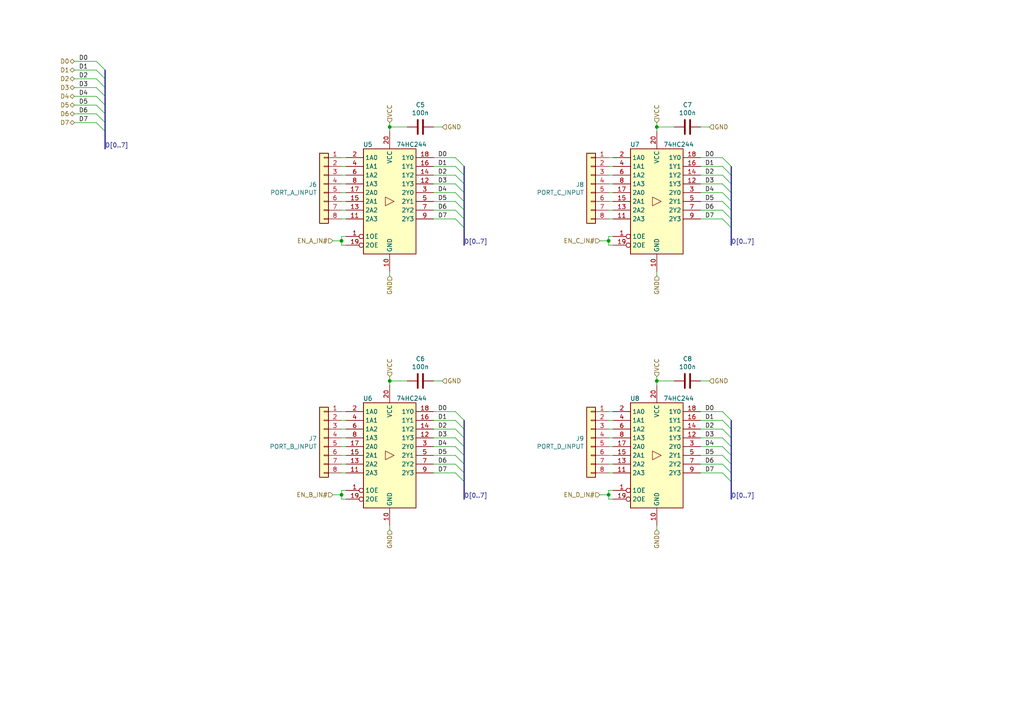
<source format=kicad_sch>
(kicad_sch (version 20231120) (generator "eeschema") (generator_version "8.0")
  (paper "A4")
  (title_block (title "ZComputer - I/O - Input ports") (date "2024-06-21") (rev "v0.1") (company "Maxime Chretien") (comment 1 "mchretien@linuxmail.org"))
  (lib_symbols
    (symbol "74xx:74HC244"
      (property "Reference" "U" (at -7.62 16.51 0))
      (property "Value" "74HC244" (at -7.62 -16.51 0))
      (symbol "74HC244_1_0"
        (polyline (pts (xy 1.27 0) (xy -1.27 1.27) (xy -1.27 -1.27) (xy 1.27 0)) (stroke (width 0.1524)))
        (pin input inverted (at -12.7 -10.16 0) (length 5.08) (name "1OE") (number "1"))
        (pin power_in line (at 0 -20.32 90) (length 5.08) (name "GND") (number "10"))
        (pin input line (at -12.7 -5.08 0) (length 5.08) (name "2A3") (number "11"))
        (pin tri_state line (at 12.7 5.08 180) (length 5.08) (name "1Y3") (number "12"))
        (pin input line (at -12.7 -2.54 0) (length 5.08) (name "2A2") (number "13"))
        (pin tri_state line (at 12.7 7.62 180) (length 5.08) (name "1Y2") (number "14"))
        (pin input line (at -12.7 0 0) (length 5.08) (name "2A1") (number "15"))
        (pin tri_state line (at 12.7 10.16 180) (length 5.08) (name "1Y1") (number "16"))
        (pin input line (at -12.7 2.54 0) (length 5.08) (name "2A0") (number "17"))
        (pin tri_state line (at 12.7 12.7 180) (length 5.08) (name "1Y0") (number "18"))
        (pin input inverted (at -12.7 -12.7 0) (length 5.08) (name "2OE") (number "19"))
        (pin input line (at -12.7 12.7 0) (length 5.08) (name "1A0") (number "2"))
        (pin power_in line (at 0 20.32 270) (length 5.08) (name "VCC") (number "20"))
        (pin tri_state line (at 12.7 2.54 180) (length 5.08) (name "2Y0") (number "3"))
        (pin input line (at -12.7 10.16 0) (length 5.08) (name "1A1") (number "4"))
        (pin tri_state line (at 12.7 0 180) (length 5.08) (name "2Y1") (number "5"))
        (pin input line (at -12.7 7.62 0) (length 5.08) (name "1A2") (number "6"))
        (pin tri_state line (at 12.7 -2.54 180) (length 5.08) (name "2Y2") (number "7"))
        (pin input line (at -12.7 5.08 0) (length 5.08) (name "1A3") (number "8"))
        (pin tri_state line (at 12.7 -5.08 180) (length 5.08) (name "2Y3") (number "9"))
      )
      (symbol "74HC244_1_1"
        (rectangle (start -7.62 15.24) (end 7.62 -15.24) (stroke (width 0.254)) (fill (type background)))
      )
    )
    (symbol "Connector_Generic:Conn_01x08" (pin_names (offset 1.016) hide)
      (property "Reference" "J" (at 0 10.16 0))
      (property "Value" "Conn_01x08" (at 0 -12.7 0))
      (symbol "Conn_01x08_1_1"
        (rectangle (start -1.27 -10.033) (end 0 -10.287) (stroke (width 0.1524)))
        (rectangle (start -1.27 -7.493) (end 0 -7.747) (stroke (width 0.1524)))
        (rectangle (start -1.27 -4.953) (end 0 -5.207) (stroke (width 0.1524)))
        (rectangle (start -1.27 -2.413) (end 0 -2.667) (stroke (width 0.1524)))
        (rectangle (start -1.27 0.127) (end 0 -0.127) (stroke (width 0.1524)))
        (rectangle (start -1.27 2.667) (end 0 2.413) (stroke (width 0.1524)))
        (rectangle (start -1.27 5.207) (end 0 4.953) (stroke (width 0.1524)))
        (rectangle (start -1.27 7.747) (end 0 7.493) (stroke (width 0.1524)))
        (rectangle (start -1.27 8.89) (end 1.27 -11.43) (stroke (width 0.254)) (fill (type background)))
        (pin passive line (at -5.08 7.62 0) (length 3.81) (name "Pin_1") (number "1"))
        (pin passive line (at -5.08 5.08 0) (length 3.81) (name "Pin_2") (number "2"))
        (pin passive line (at -5.08 2.54 0) (length 3.81) (name "Pin_3") (number "3"))
        (pin passive line (at -5.08 0 0) (length 3.81) (name "Pin_4") (number "4"))
        (pin passive line (at -5.08 -2.54 0) (length 3.81) (name "Pin_5") (number "5"))
        (pin passive line (at -5.08 -5.08 0) (length 3.81) (name "Pin_6") (number "6"))
        (pin passive line (at -5.08 -7.62 0) (length 3.81) (name "Pin_7") (number "7"))
        (pin passive line (at -5.08 -10.16 0) (length 3.81) (name "Pin_8") (number "8"))
      )
    )
    (symbol "Device:C" (pin_numbers hide) (pin_names (offset 0.254))
      (property "Reference" "C" (at 0.635 2.54 0))
      (property "Value" "C" (at 0.635 -2.54 0))
      (symbol "C_0_1"
        (polyline (pts (xy -2.032 -0.762) (xy 2.032 -0.762)) (stroke (width 0.508)))
        (polyline (pts (xy -2.032 0.762) (xy 2.032 0.762)) (stroke (width 0.508)))
      )
      (symbol "C_1_1"
        (pin passive line (at 0 3.81 270) (length 2.794) (name "~") (number "1"))
        (pin passive line (at 0 -3.81 90) (length 2.794) (name "~") (number "2"))
      )
    )
  )
  (junction (at 113.03 36.83))
  (junction (at 176.53 143.51))
  (junction (at 99.06 143.51))
  (junction (at 113.03 110.49))
  (junction (at 190.5 36.83))
  (junction (at 176.53 69.85))
  (junction (at 99.06 69.85))
  (junction (at 190.5 110.49))
  (bus_entry (at 27.94 17.78) (size 2.54 2.54))
  (bus_entry (at 209.55 50.8) (size 2.54 2.54))
  (bus_entry (at 132.08 58.42) (size 2.54 2.54))
  (bus_entry (at 27.94 25.4) (size 2.54 2.54))
  (bus_entry (at 132.08 60.96) (size 2.54 2.54))
  (bus_entry (at 27.94 35.56) (size 2.54 2.54))
  (bus_entry (at 209.55 124.46) (size 2.54 2.54))
  (bus_entry (at 132.08 132.08) (size 2.54 2.54))
  (bus_entry (at 209.55 121.92) (size 2.54 2.54))
  (bus_entry (at 132.08 119.38) (size 2.54 2.54))
  (bus_entry (at 27.94 20.32) (size 2.54 2.54))
  (bus_entry (at 209.55 48.26) (size 2.54 2.54))
  (bus_entry (at 209.55 134.62) (size 2.54 2.54))
  (bus_entry (at 132.08 129.54) (size 2.54 2.54))
  (bus_entry (at 132.08 134.62) (size 2.54 2.54))
  (bus_entry (at 27.94 27.94) (size 2.54 2.54))
  (bus_entry (at 132.08 121.92) (size 2.54 2.54))
  (bus_entry (at 132.08 45.72) (size 2.54 2.54))
  (bus_entry (at 209.55 60.96) (size 2.54 2.54))
  (bus_entry (at 209.55 63.5) (size 2.54 2.54))
  (bus_entry (at 132.08 50.8) (size 2.54 2.54))
  (bus_entry (at 132.08 127) (size 2.54 2.54))
  (bus_entry (at 209.55 119.38) (size 2.54 2.54))
  (bus_entry (at 27.94 30.48) (size 2.54 2.54))
  (bus_entry (at 209.55 132.08) (size 2.54 2.54))
  (bus_entry (at 209.55 55.88) (size 2.54 2.54))
  (bus_entry (at 209.55 45.72) (size 2.54 2.54))
  (bus_entry (at 132.08 55.88) (size 2.54 2.54))
  (bus_entry (at 209.55 58.42) (size 2.54 2.54))
  (bus_entry (at 132.08 124.46) (size 2.54 2.54))
  (bus_entry (at 209.55 137.16) (size 2.54 2.54))
  (bus_entry (at 27.94 33.02) (size 2.54 2.54))
  (bus_entry (at 27.94 22.86) (size 2.54 2.54))
  (bus_entry (at 132.08 48.26) (size 2.54 2.54))
  (bus_entry (at 132.08 53.34) (size 2.54 2.54))
  (bus_entry (at 132.08 137.16) (size 2.54 2.54))
  (bus_entry (at 209.55 127) (size 2.54 2.54))
  (bus_entry (at 132.08 63.5) (size 2.54 2.54))
  (bus_entry (at 209.55 53.34) (size 2.54 2.54))
  (bus_entry (at 209.55 129.54) (size 2.54 2.54))
  (wire (pts (xy 195.58 36.83) (xy 190.5 36.83)))
  (wire (pts (xy 203.2 55.88) (xy 209.55 55.88)))
  (wire (pts (xy 203.2 137.16) (xy 209.55 137.16)))
  (wire (pts (xy 177.8 55.88) (xy 176.53 55.88)))
  (wire (pts (xy 203.2 48.26) (xy 209.55 48.26)))
  (wire (pts (xy 96.52 143.51) (xy 99.06 143.51)))
  (bus (pts (xy 134.62 50.8) (xy 134.62 53.34)))
  (wire (pts (xy 132.08 45.72) (xy 125.73 45.72)))
  (wire (pts (xy 100.33 45.72) (xy 99.06 45.72)))
  (wire (pts (xy 209.55 119.38) (xy 203.2 119.38)))
  (wire (pts (xy 195.58 110.49) (xy 190.5 110.49)))
  (wire (pts (xy 125.73 124.46) (xy 132.08 124.46)))
  (wire (pts (xy 125.73 127) (xy 132.08 127)))
  (wire (pts (xy 125.73 50.8) (xy 132.08 50.8)))
  (wire (pts (xy 176.53 48.26) (xy 177.8 48.26)))
  (wire (pts (xy 177.8 45.72) (xy 176.53 45.72)))
  (wire (pts (xy 99.06 48.26) (xy 100.33 48.26)))
  (wire (pts (xy 125.73 36.83) (xy 128.27 36.83)))
  (wire (pts (xy 99.06 63.5) (xy 100.33 63.5)))
  (bus (pts (xy 212.09 58.42) (xy 212.09 60.96)))
  (bus (pts (xy 212.09 63.5) (xy 212.09 66.04)))
  (bus (pts (xy 30.48 25.4) (xy 30.48 27.94)))
  (wire (pts (xy 177.8 119.38) (xy 176.53 119.38)))
  (wire (pts (xy 177.8 124.46) (xy 176.53 124.46)))
  (bus (pts (xy 134.62 139.7) (xy 134.62 144.78)))
  (bus (pts (xy 212.09 139.7) (xy 212.09 144.78)))
  (bus (pts (xy 134.62 60.96) (xy 134.62 63.5)))
  (wire (pts (xy 100.33 129.54) (xy 99.06 129.54)))
  (bus (pts (xy 134.62 53.34) (xy 134.62 55.88)))
  (bus (pts (xy 212.09 48.26) (xy 212.09 50.8)))
  (wire (pts (xy 203.2 58.42) (xy 209.55 58.42)))
  (wire (pts (xy 113.03 109.22) (xy 113.03 110.49)))
  (wire (pts (xy 21.59 22.86) (xy 27.94 22.86)))
  (wire (pts (xy 99.06 53.34) (xy 100.33 53.34)))
  (wire (pts (xy 113.03 78.74) (xy 113.03 80.01)))
  (wire (pts (xy 21.59 35.56) (xy 27.94 35.56)))
  (wire (pts (xy 100.33 124.46) (xy 99.06 124.46)))
  (wire (pts (xy 203.2 121.92) (xy 209.55 121.92)))
  (bus (pts (xy 134.62 137.16) (xy 134.62 139.7)))
  (wire (pts (xy 21.59 30.48) (xy 27.94 30.48)))
  (wire (pts (xy 177.8 142.24) (xy 176.53 142.24)))
  (bus (pts (xy 30.48 30.48) (xy 30.48 33.02)))
  (wire (pts (xy 176.53 68.58) (xy 176.53 69.85)))
  (wire (pts (xy 21.59 20.32) (xy 27.94 20.32)))
  (wire (pts (xy 100.33 142.24) (xy 99.06 142.24)))
  (wire (pts (xy 176.53 69.85) (xy 176.53 71.12)))
  (bus (pts (xy 134.62 127) (xy 134.62 129.54)))
  (wire (pts (xy 203.2 63.5) (xy 209.55 63.5)))
  (wire (pts (xy 99.06 127) (xy 100.33 127)))
  (wire (pts (xy 125.73 137.16) (xy 132.08 137.16)))
  (wire (pts (xy 203.2 60.96) (xy 209.55 60.96)))
  (wire (pts (xy 203.2 129.54) (xy 209.55 129.54)))
  (wire (pts (xy 100.33 134.62) (xy 99.06 134.62)))
  (wire (pts (xy 96.52 69.85) (xy 99.06 69.85)))
  (wire (pts (xy 21.59 25.4) (xy 27.94 25.4)))
  (wire (pts (xy 190.5 152.4) (xy 190.5 153.67)))
  (wire (pts (xy 100.33 68.58) (xy 99.06 68.58)))
  (wire (pts (xy 125.73 134.62) (xy 132.08 134.62)))
  (bus (pts (xy 30.48 38.1) (xy 30.48 43.18)))
  (wire (pts (xy 21.59 27.94) (xy 27.94 27.94)))
  (bus (pts (xy 134.62 66.04) (xy 134.62 71.12)))
  (wire (pts (xy 177.8 134.62) (xy 176.53 134.62)))
  (bus (pts (xy 30.48 35.56) (xy 30.48 38.1)))
  (bus (pts (xy 30.48 20.32) (xy 30.48 22.86)))
  (bus (pts (xy 134.62 48.26) (xy 134.62 50.8)))
  (bus (pts (xy 134.62 132.08) (xy 134.62 134.62)))
  (wire (pts (xy 173.99 69.85) (xy 176.53 69.85)))
  (wire (pts (xy 177.8 68.58) (xy 176.53 68.58)))
  (bus (pts (xy 212.09 121.92) (xy 212.09 124.46)))
  (wire (pts (xy 100.33 55.88) (xy 99.06 55.88)))
  (wire (pts (xy 203.2 110.49) (xy 205.74 110.49)))
  (wire (pts (xy 118.11 110.49) (xy 113.03 110.49)))
  (wire (pts (xy 203.2 36.83) (xy 205.74 36.83)))
  (wire (pts (xy 203.2 132.08) (xy 209.55 132.08)))
  (bus (pts (xy 212.09 55.88) (xy 212.09 58.42)))
  (wire (pts (xy 177.8 50.8) (xy 176.53 50.8)))
  (wire (pts (xy 203.2 53.34) (xy 209.55 53.34)))
  (bus (pts (xy 212.09 60.96) (xy 212.09 63.5)))
  (wire (pts (xy 190.5 35.56) (xy 190.5 36.83)))
  (bus (pts (xy 134.62 129.54) (xy 134.62 132.08)))
  (wire (pts (xy 173.99 143.51) (xy 176.53 143.51)))
  (wire (pts (xy 125.73 58.42) (xy 132.08 58.42)))
  (bus (pts (xy 212.09 124.46) (xy 212.09 127)))
  (bus (pts (xy 30.48 22.86) (xy 30.48 25.4)))
  (bus (pts (xy 134.62 121.92) (xy 134.62 124.46)))
  (bus (pts (xy 134.62 124.46) (xy 134.62 127)))
  (wire (pts (xy 125.73 63.5) (xy 132.08 63.5)))
  (wire (pts (xy 125.73 129.54) (xy 132.08 129.54)))
  (wire (pts (xy 99.06 58.42) (xy 100.33 58.42)))
  (wire (pts (xy 99.06 121.92) (xy 100.33 121.92)))
  (wire (pts (xy 176.53 58.42) (xy 177.8 58.42)))
  (wire (pts (xy 99.06 144.78) (xy 100.33 144.78)))
  (wire (pts (xy 176.53 127) (xy 177.8 127)))
  (bus (pts (xy 30.48 27.94) (xy 30.48 30.48)))
  (wire (pts (xy 176.53 121.92) (xy 177.8 121.92)))
  (wire (pts (xy 99.06 142.24) (xy 99.06 143.51)))
  (wire (pts (xy 176.53 53.34) (xy 177.8 53.34)))
  (wire (pts (xy 99.06 69.85) (xy 99.06 71.12)))
  (wire (pts (xy 176.53 132.08) (xy 177.8 132.08)))
  (wire (pts (xy 209.55 45.72) (xy 203.2 45.72)))
  (wire (pts (xy 190.5 36.83) (xy 190.5 38.1)))
  (wire (pts (xy 190.5 110.49) (xy 190.5 111.76)))
  (wire (pts (xy 177.8 129.54) (xy 176.53 129.54)))
  (bus (pts (xy 212.09 53.34) (xy 212.09 55.88)))
  (wire (pts (xy 203.2 134.62) (xy 209.55 134.62)))
  (wire (pts (xy 176.53 142.24) (xy 176.53 143.51)))
  (wire (pts (xy 203.2 124.46) (xy 209.55 124.46)))
  (wire (pts (xy 176.53 143.51) (xy 176.53 144.78)))
  (wire (pts (xy 99.06 132.08) (xy 100.33 132.08)))
  (bus (pts (xy 212.09 50.8) (xy 212.09 53.34)))
  (bus (pts (xy 30.48 33.02) (xy 30.48 35.56)))
  (wire (pts (xy 125.73 60.96) (xy 132.08 60.96)))
  (wire (pts (xy 125.73 132.08) (xy 132.08 132.08)))
  (bus (pts (xy 134.62 55.88) (xy 134.62 58.42)))
  (wire (pts (xy 190.5 109.22) (xy 190.5 110.49)))
  (wire (pts (xy 176.53 137.16) (xy 177.8 137.16)))
  (bus (pts (xy 212.09 66.04) (xy 212.09 71.12)))
  (bus (pts (xy 212.09 137.16) (xy 212.09 139.7)))
  (wire (pts (xy 100.33 50.8) (xy 99.06 50.8)))
  (wire (pts (xy 99.06 137.16) (xy 100.33 137.16)))
  (wire (pts (xy 125.73 53.34) (xy 132.08 53.34)))
  (wire (pts (xy 113.03 110.49) (xy 113.03 111.76)))
  (wire (pts (xy 176.53 144.78) (xy 177.8 144.78)))
  (wire (pts (xy 125.73 110.49) (xy 128.27 110.49)))
  (bus (pts (xy 134.62 63.5) (xy 134.62 66.04)))
  (wire (pts (xy 113.03 152.4) (xy 113.03 153.67)))
  (wire (pts (xy 21.59 33.02) (xy 27.94 33.02)))
  (wire (pts (xy 132.08 119.38) (xy 125.73 119.38)))
  (wire (pts (xy 99.06 143.51) (xy 99.06 144.78)))
  (wire (pts (xy 190.5 78.74) (xy 190.5 80.01)))
  (bus (pts (xy 212.09 127) (xy 212.09 129.54)))
  (wire (pts (xy 125.73 55.88) (xy 132.08 55.88)))
  (bus (pts (xy 212.09 134.62) (xy 212.09 137.16)))
  (wire (pts (xy 176.53 71.12) (xy 177.8 71.12)))
  (wire (pts (xy 177.8 60.96) (xy 176.53 60.96)))
  (wire (pts (xy 203.2 50.8) (xy 209.55 50.8)))
  (wire (pts (xy 100.33 60.96) (xy 99.06 60.96)))
  (wire (pts (xy 113.03 36.83) (xy 113.03 38.1)))
  (wire (pts (xy 113.03 35.56) (xy 113.03 36.83)))
  (wire (pts (xy 203.2 127) (xy 209.55 127)))
  (wire (pts (xy 118.11 36.83) (xy 113.03 36.83)))
  (wire (pts (xy 27.94 17.78) (xy 21.59 17.78)))
  (wire (pts (xy 125.73 48.26) (xy 132.08 48.26)))
  (bus (pts (xy 134.62 58.42) (xy 134.62 60.96)))
  (bus (pts (xy 212.09 132.08) (xy 212.09 134.62)))
  (bus (pts (xy 212.09 129.54) (xy 212.09 132.08)))
  (wire (pts (xy 100.33 119.38) (xy 99.06 119.38)))
  (wire (pts (xy 125.73 121.92) (xy 132.08 121.92)))
  (bus (pts (xy 134.62 134.62) (xy 134.62 137.16)))
  (wire (pts (xy 99.06 68.58) (xy 99.06 69.85)))
  (wire (pts (xy 99.06 71.12) (xy 100.33 71.12)))
  (wire (pts (xy 176.53 63.5) (xy 177.8 63.5)))
  (label "D[0..7]" (at 212.09 71.12 0))
  (label "D6" (at 127 134.62 0))
  (label "D1" (at 127 121.92 0))
  (label "D2" (at 204.47 50.8 0))
  (label "D1" (at 22.86 20.32 0))
  (label "D1" (at 127 48.26 0))
  (label "D2" (at 127 124.46 0))
  (label "D6" (at 204.47 134.62 0))
  (label "D1" (at 204.47 48.26 0))
  (label "D7" (at 204.47 137.16 0))
  (label "D4" (at 127 55.88 0))
  (label "D2" (at 22.86 22.86 0))
  (label "D2" (at 204.47 124.46 0))
  (label "D5" (at 22.86 30.48 0))
  (label "D7" (at 127 137.16 0))
  (label "D0" (at 127 119.38 0))
  (label "D3" (at 127 127 0))
  (label "D6" (at 127 60.96 0))
  (label "D5" (at 127 132.08 0))
  (label "D4" (at 204.47 129.54 0))
  (label "D[0..7]" (at 134.62 71.12 0))
  (label "D[0..7]" (at 134.62 144.78 0))
  (label "D[0..7]" (at 212.09 144.78 0))
  (label "D7" (at 204.47 63.5 0))
  (label "D5" (at 204.47 132.08 0))
  (label "D7" (at 127 63.5 0))
  (label "D3" (at 127 53.34 0))
  (label "D3" (at 204.47 53.34 0))
  (label "D3" (at 204.47 127 0))
  (label "D5" (at 127 58.42 0))
  (label "D[0..7]" (at 30.48 43.18 0))
  (label "D6" (at 204.47 60.96 0))
  (label "D2" (at 127 50.8 0))
  (label "D6" (at 22.86 33.02 0))
  (label "D3" (at 22.86 25.4 0))
  (label "D0" (at 127 45.72 0))
  (label "D1" (at 204.47 121.92 0))
  (label "D0" (at 204.47 45.72 0))
  (label "D4" (at 22.86 27.94 0))
  (label "D0" (at 22.86 17.78 0))
  (label "D0" (at 204.47 119.38 0))
  (label "D4" (at 127 129.54 0))
  (label "D5" (at 204.47 58.42 0))
  (label "D4" (at 204.47 55.88 0))
  (label "D7" (at 22.86 35.56 0))
  (hierarchical_label "D7" (shape bidirectional) (at 21.59 35.56 180))
  (hierarchical_label "D5" (shape bidirectional) (at 21.59 30.48 180))
  (hierarchical_label "VCC" (shape input) (at 190.5 35.56 90))
  (hierarchical_label "EN_B_IN#" (shape input) (at 96.52 143.51 180))
  (hierarchical_label "GND" (shape input) (at 205.74 36.83 0))
  (hierarchical_label "GND" (shape input) (at 190.5 153.67 270))
  (hierarchical_label "D4" (shape bidirectional) (at 21.59 27.94 180))
  (hierarchical_label "VCC" (shape input) (at 190.5 109.22 90))
  (hierarchical_label "GND" (shape input) (at 128.27 36.83 0))
  (hierarchical_label "EN_C_IN#" (shape input) (at 173.99 69.85 180))
  (hierarchical_label "EN_D_IN#" (shape input) (at 173.99 143.51 180))
  (hierarchical_label "EN_A_IN#" (shape input) (at 96.52 69.85 180))
  (hierarchical_label "GND" (shape input) (at 190.5 80.01 270))
  (hierarchical_label "D1" (shape bidirectional) (at 21.59 20.32 180))
  (hierarchical_label "VCC" (shape input) (at 113.03 109.22 90))
  (hierarchical_label "D0" (shape bidirectional) (at 21.59 17.78 180))
  (hierarchical_label "GND" (shape input) (at 113.03 153.67 270))
  (hierarchical_label "VCC" (shape input) (at 113.03 35.56 90))
  (hierarchical_label "D3" (shape bidirectional) (at 21.59 25.4 180))
  (hierarchical_label "GND" (shape input) (at 113.03 80.01 270))
  (hierarchical_label "GND" (shape input) (at 205.74 110.49 0))
  (hierarchical_label "GND" (shape input) (at 128.27 110.49 0))
  (hierarchical_label "D2" (shape bidirectional) (at 21.59 22.86 180))
  (hierarchical_label "D6" (shape bidirectional) (at 21.59 33.02 180))
  (symbol (lib_id "Device:C") (at 199.39 36.83 270) (unit 1)
    (property "Reference" "C7" (at 199.39 30.4292 90))
    (property "Value" "100n" (at 199.39 32.7406 90))
  )
  (symbol (lib_id "Connector_Generic:Conn_01x08") (at 93.98 127 0) (mirror y) (unit 1)
    (property "Reference" "J7" (at 91.948 127.2032 0) (effects (justify left)))
    (property "Value" "PORT_B_INPUT" (at 91.948 129.5146 0) (effects (justify left)))
  )
  (symbol (lib_id "Device:C") (at 121.92 110.49 270) (unit 1)
    (property "Reference" "C6" (at 121.92 104.0892 90))
    (property "Value" "100n" (at 121.92 106.4006 90))
  )
  (symbol (lib_id "Connector_Generic:Conn_01x08") (at 171.45 127 0) (mirror y) (unit 1)
    (property "Reference" "J9" (at 169.418 127.2032 0) (effects (justify left)))
    (property "Value" "PORT_D_INPUT" (at 169.418 129.5146 0) (effects (justify left)))
  )
  (symbol (lib_id "Connector_Generic:Conn_01x08") (at 93.98 53.34 0) (mirror y) (unit 1)
    (property "Reference" "J6" (at 91.948 53.5432 0) (effects (justify left)))
    (property "Value" "PORT_A_INPUT" (at 91.948 55.8546 0) (effects (justify left)))
  )
  (symbol (lib_id "74xx:74HC244") (at 113.03 58.42 0) (unit 1)
    (property "Reference" "U5" (at 106.68 41.91 0))
    (property "Value" "74HC244" (at 119.38 41.91 0))
    (property "Datasheet" "https://assets.nexperia.com/documents/data-sheet/74HC_HCT244.pdf" (effects (hide yes)))
  )
  (symbol (lib_id "Device:C") (at 121.92 36.83 270) (unit 1)
    (property "Reference" "C5" (at 121.92 30.4292 90))
    (property "Value" "100n" (at 121.92 32.7406 90))
  )
  (symbol (lib_id "74xx:74HC244") (at 113.03 132.08 0) (unit 1)
    (property "Reference" "U6" (at 106.68 115.57 0))
    (property "Value" "74HC244" (at 119.38 115.57 0))
    (property "Datasheet" "https://assets.nexperia.com/documents/data-sheet/74HC_HCT244.pdf" (effects (hide yes)))
  )
  (symbol (lib_id "74xx:74HC244") (at 190.5 58.42 0) (unit 1)
    (property "Reference" "U7" (at 184.15 41.91 0))
    (property "Value" "74HC244" (at 196.85 41.91 0))
    (property "Datasheet" "https://assets.nexperia.com/documents/data-sheet/74HC_HCT244.pdf" (effects (hide yes)))
  )
  (symbol (lib_id "Device:C") (at 199.39 110.49 270) (unit 1)
    (property "Reference" "C8" (at 199.39 104.0892 90))
    (property "Value" "100n" (at 199.39 106.4006 90))
  )
  (symbol (lib_id "74xx:74HC244") (at 190.5 132.08 0) (unit 1)
    (property "Reference" "U8" (at 184.15 115.57 0))
    (property "Value" "74HC244" (at 196.85 115.57 0))
    (property "Datasheet" "https://assets.nexperia.com/documents/data-sheet/74HC_HCT244.pdf" (effects (hide yes)))
  )
  (symbol (lib_id "Connector_Generic:Conn_01x08") (at 171.45 53.34 0) (mirror y) (unit 1)
    (property "Reference" "J8" (at 169.418 53.5432 0) (effects (justify left)))
    (property "Value" "PORT_C_INPUT" (at 169.418 55.8546 0) (effects (justify left)))
  )
)
</source>
